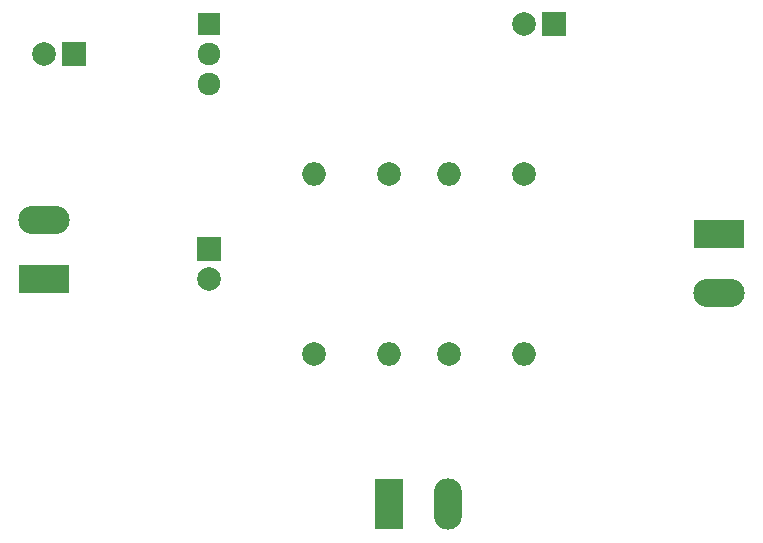
<source format=gbr>
G04 #@! TF.FileFunction,Soldermask,Top*
%FSLAX46Y46*%
G04 Gerber Fmt 4.6, Leading zero omitted, Abs format (unit mm)*
G04 Created by KiCad (PCBNEW 4.0.5) date 05/30/17 12:07:32*
%MOMM*%
%LPD*%
G01*
G04 APERTURE LIST*
%ADD10C,0.100000*%
%ADD11R,2.000000X2.000000*%
%ADD12C,2.000000*%
%ADD13R,4.360000X2.380000*%
%ADD14O,4.360000X2.380000*%
%ADD15O,2.000000X2.000000*%
%ADD16R,2.380000X4.360000*%
%ADD17O,2.380000X4.360000*%
%ADD18C,1.920000*%
%ADD19R,1.920000X1.920000*%
G04 APERTURE END LIST*
D10*
D11*
X132080000Y-80010000D03*
D12*
X129580000Y-80010000D03*
D11*
X143510000Y-96520000D03*
D12*
X143510000Y-99020000D03*
D11*
X172720000Y-77470000D03*
D12*
X170220000Y-77470000D03*
D13*
X129540000Y-99060000D03*
D14*
X129540000Y-94060000D03*
D13*
X186690000Y-95250000D03*
D14*
X186690000Y-100250000D03*
D12*
X163830000Y-105410000D03*
D15*
X163830000Y-90170000D03*
D12*
X170180000Y-90170000D03*
D15*
X170180000Y-105410000D03*
D12*
X152400000Y-105410000D03*
D15*
X152400000Y-90170000D03*
D16*
X158750000Y-118110000D03*
D17*
X163750000Y-118110000D03*
D18*
X143510000Y-80010000D03*
X143510000Y-82550000D03*
D19*
X143510000Y-77470000D03*
D12*
X158750000Y-90170000D03*
D15*
X158750000Y-105410000D03*
M02*

</source>
